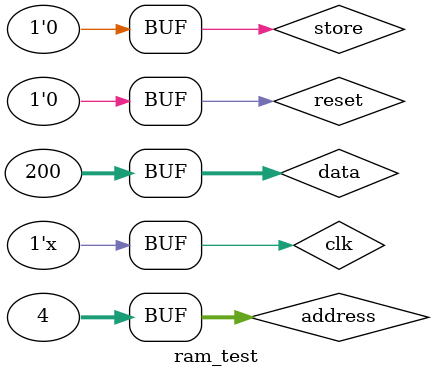
<source format=v>
`timescale 1ns / 1ps


module ram_test();
    reg [31:0] address;
    reg [31:0] data;
    reg store;
    reg clk = 0;
    reg reset = 0;
    wire [31:0] result;

    always #5 clk = ~clk;
    Ram ram(.clock(clk), .reset(reset), .store(store), .address(address), .data(data), .result(result));
    initial begin
        address = 0;
        data = 0;

        // store 100 to addr 4
        #5 store = 1;
        address = 4;
        data = 100;
        #10 store = 0;

        // store 200 to addr 8
        #10 store = 1;
        address = 8;
        data = 200;
        #10 store = 0;

        // display data at 4 / 8
        #10 address = 4;
        #10 address = 8;

        // reset all data
        #10 reset = 1;
        #10 reset = 0;

        #10 address = 4;
    end
endmodule

</source>
